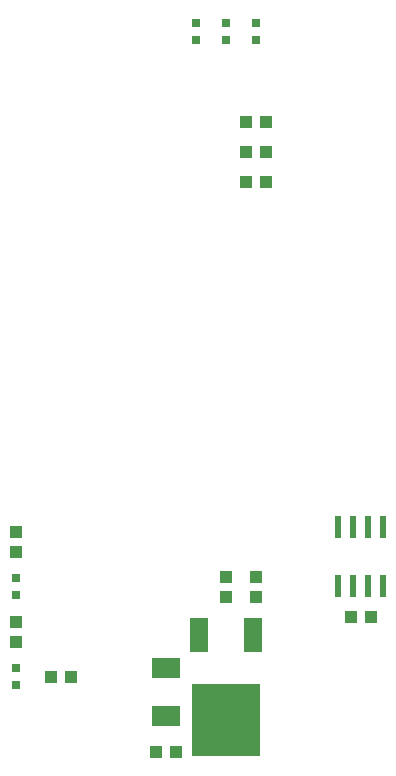
<source format=gtp>
G75*
%MOIN*%
%OFA0B0*%
%FSLAX25Y25*%
%IPPOS*%
%LPD*%
%AMOC8*
5,1,8,0,0,1.08239X$1,22.5*
%
%ADD10R,0.04331X0.03937*%
%ADD11R,0.22835X0.24409*%
%ADD12R,0.06299X0.11811*%
%ADD13R,0.03150X0.03150*%
%ADD14R,0.03937X0.04331*%
%ADD15R,0.02200X0.07800*%
%ADD16R,0.09449X0.07087*%
D10*
X0034017Y0053817D03*
X0034017Y0060510D03*
X0045670Y0042163D03*
X0052363Y0042163D03*
X0080670Y0017163D03*
X0087363Y0017163D03*
X0104017Y0068817D03*
X0104017Y0075510D03*
X0114017Y0075510D03*
X0114017Y0068817D03*
X0145670Y0062163D03*
X0152363Y0062163D03*
X0034017Y0083817D03*
X0034017Y0090510D03*
D11*
X0104017Y0027793D03*
D12*
X0112993Y0056061D03*
X0095040Y0056061D03*
D13*
X0034017Y0039210D03*
X0034017Y0045116D03*
X0034017Y0069210D03*
X0034017Y0075116D03*
X0094017Y0254210D03*
X0094017Y0260116D03*
X0104017Y0260116D03*
X0104017Y0254210D03*
X0114017Y0254210D03*
X0114017Y0260116D03*
D14*
X0117363Y0227163D03*
X0110670Y0227163D03*
X0110670Y0217163D03*
X0117363Y0217163D03*
X0117363Y0207163D03*
X0110670Y0207163D03*
D15*
X0141517Y0091863D03*
X0146517Y0091863D03*
X0151517Y0091863D03*
X0156517Y0091863D03*
X0156517Y0072463D03*
X0151517Y0072463D03*
X0146517Y0072463D03*
X0141517Y0072463D03*
D16*
X0084017Y0045136D03*
X0084017Y0029191D03*
M02*

</source>
